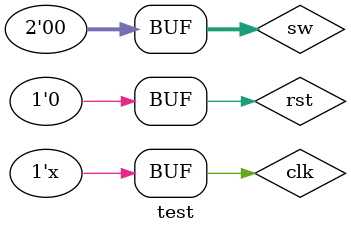
<source format=v>
`timescale 1ns / 1ps


module test;

	// Inputs
	reg clk;
	reg rst;
	reg [1:0] sw;

	// Outputs
	wire [7:0] led;
	wire ZF;
	wire OF;
	//wire [31:0]inst_code;
	// Instantiate the Unit Under Test (UUT)
	CPU uut (
		.clk(clk), 
		.rst(rst), 
		.sw(sw), 
		.led(led), 
		.ZF(ZF), 
		.OF(OF)
		//.inst_code(inst_code)
	);
	always #50 clk=~clk;
	initial begin
		// Initialize Inputs
		clk = 0;
		rst = 1;
		sw = 0;

		// Wait 100 ns for global reset to finish
		#20;
      rst = 0;
		sw=0;
		
		// Add stimulus here

	end
      
endmodule


</source>
